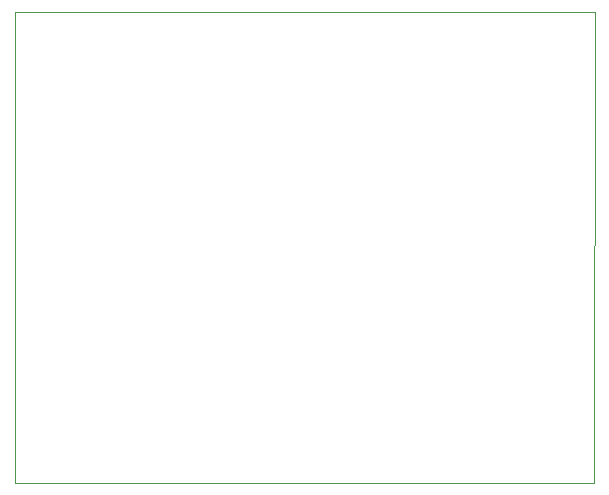
<source format=gbr>
G04 #@! TF.GenerationSoftware,KiCad,Pcbnew,8.0.0*
G04 #@! TF.CreationDate,2024-03-15T09:59:20+01:00*
G04 #@! TF.ProjectId,CMS_AmpliGBP,434d535f-416d-4706-9c69-4742502e6b69,rev?*
G04 #@! TF.SameCoordinates,Original*
G04 #@! TF.FileFunction,Profile,NP*
%FSLAX46Y46*%
G04 Gerber Fmt 4.6, Leading zero omitted, Abs format (unit mm)*
G04 Created by KiCad (PCBNEW 8.0.0) date 2024-03-15 09:59:20*
%MOMM*%
%LPD*%
G01*
G04 APERTURE LIST*
G04 #@! TA.AperFunction,Profile*
%ADD10C,0.050000*%
G04 #@! TD*
G04 APERTURE END LIST*
D10*
X172300000Y-93929200D02*
X172274400Y-133800000D01*
X123215400Y-93929200D02*
X172300000Y-93929200D01*
X123200000Y-133800000D02*
X123215400Y-93929200D01*
X172274400Y-133800000D02*
X123200000Y-133800000D01*
M02*

</source>
